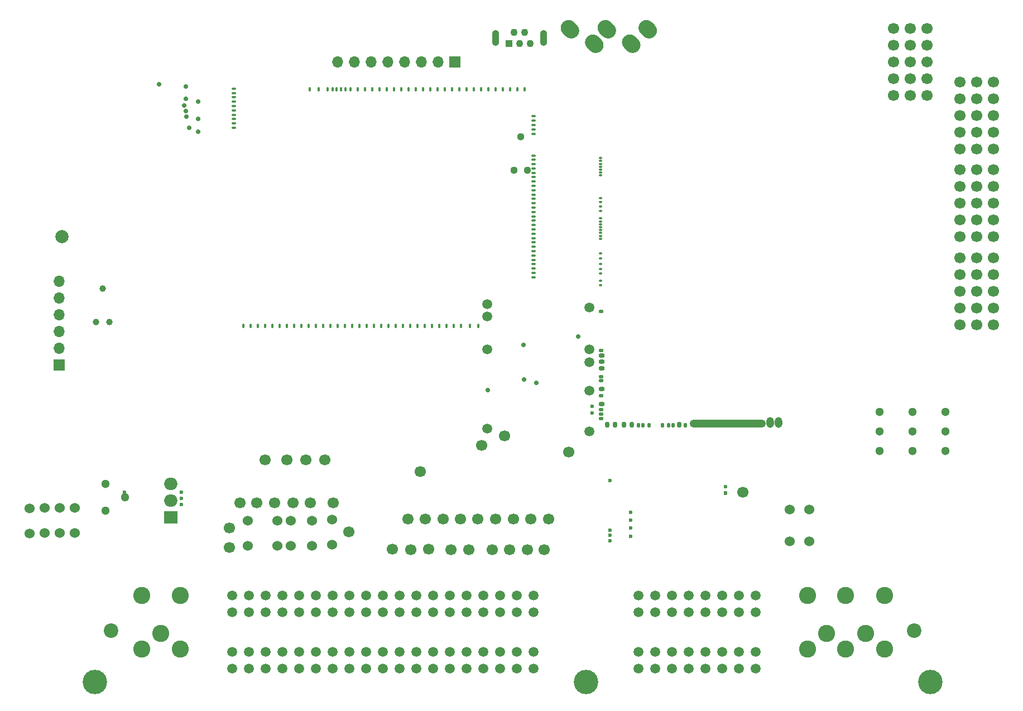
<source format=gbs>
G75*
G70*
%OFA0B0*%
%FSLAX25Y25*%
%IPPOS*%
%LPD*%
%AMOC8*
5,1,8,0,0,1.08239X$1,22.5*
%
%AMM54*
21,1,0.015350,0.009840,0.000000,0.000000,90.000000*
21,1,0.000000,0.025200,0.000000,0.000000,90.000000*
1,1,0.015350,0.004920,0.000000*
1,1,0.015350,0.004920,0.000000*
1,1,0.015350,-0.004920,0.000000*
1,1,0.015350,-0.004920,0.000000*
%
%AMM55*
21,1,0.015350,0.009840,0.000000,0.000000,0.000000*
21,1,0.000000,0.025200,0.000000,0.000000,0.000000*
1,1,0.015350,0.000000,-0.004920*
1,1,0.015350,0.000000,-0.004920*
1,1,0.015350,0.000000,0.004920*
1,1,0.015350,0.000000,0.004920*
%
%ADD106O,0.01575X0.00787*%
%ADD107O,0.02362X0.01575*%
%ADD108O,0.02362X0.03150*%
%ADD109O,0.01575X0.02362*%
%ADD11C,0.02362*%
%ADD110O,0.44882X0.04331*%
%ADD152C,0.03900*%
%ADD179C,0.04451*%
%ADD184M54*%
%ADD185M55*%
%ADD208O,0.04488X0.06457*%
%ADD209O,0.03701X0.02913*%
%ADD222O,0.02126X0.01339*%
%ADD223O,0.02913X0.02126*%
%ADD224O,0.02913X0.03701*%
%ADD225O,0.45433X0.04882*%
%ADD226O,0.02126X0.02913*%
%ADD236C,0.02913*%
%ADD26C,0.05906*%
%ADD297R,0.07874X0.07500*%
%ADD298O,0.07874X0.07500*%
%ADD49C,0.10236*%
%ADD50C,0.14567*%
%ADD51C,0.08661*%
%ADD52C,0.06693*%
%ADD56O,0.03150X0.02362*%
%ADD57O,0.03937X0.05906*%
%ADD67C,0.06000*%
%ADD69C,0.07874*%
%ADD71C,0.05118*%
%ADD76O,0.06693X0.06693*%
%ADD77R,0.06693X0.06693*%
%ADD78O,0.04331X0.09449*%
%ADD79C,0.04331*%
%ADD80R,0.04331X0.04331*%
X0000000Y0000000D02*
%LPD*%
G01*
D11*
X0393344Y0118156D03*
X0393344Y0122880D03*
X0393344Y0113431D03*
X0393344Y0108707D03*
X0450135Y0134140D03*
X0450135Y0138077D03*
D26*
X0368567Y0245323D03*
X0368567Y0220126D03*
X0368567Y0212646D03*
X0368567Y0195717D03*
D11*
X0370339Y0186268D03*
X0370339Y0182331D03*
D26*
X0368567Y0171111D03*
X0307543Y0247095D03*
X0307543Y0239811D03*
X0307543Y0220323D03*
X0307543Y0172882D03*
D11*
X0125197Y0134941D03*
X0125197Y0131201D03*
X0125197Y0127461D03*
X0090945Y0131398D03*
X0090945Y0134941D03*
D49*
X0545071Y0073315D03*
X0521843Y0073315D03*
X0499008Y0073315D03*
X0533654Y0050480D03*
X0510425Y0050480D03*
X0545071Y0041307D03*
X0521843Y0041307D03*
X0499008Y0041307D03*
D26*
X0468181Y0073315D03*
X0458181Y0073315D03*
X0448181Y0073315D03*
X0438181Y0073315D03*
X0428181Y0073315D03*
X0418181Y0073315D03*
X0408181Y0073315D03*
X0398181Y0073315D03*
X0468181Y0063315D03*
X0458181Y0063315D03*
X0448181Y0063315D03*
X0438181Y0063315D03*
X0428181Y0063315D03*
X0418181Y0063315D03*
X0408181Y0063315D03*
X0398181Y0063315D03*
X0468181Y0039496D03*
X0458181Y0039496D03*
X0448181Y0039496D03*
X0438181Y0039496D03*
X0428181Y0039496D03*
X0418181Y0039496D03*
X0408181Y0039496D03*
X0398181Y0039496D03*
X0468181Y0029496D03*
X0458181Y0029496D03*
X0448181Y0029496D03*
X0438181Y0029496D03*
X0428181Y0029496D03*
X0418181Y0029496D03*
X0408181Y0029496D03*
X0398181Y0029496D03*
X0155307Y0029496D03*
X0165307Y0029496D03*
X0175307Y0029496D03*
X0185307Y0029496D03*
X0195307Y0029496D03*
X0205307Y0029496D03*
X0215307Y0029496D03*
X0225307Y0029496D03*
X0235307Y0029496D03*
X0245307Y0029496D03*
X0255307Y0029496D03*
X0265307Y0029496D03*
X0275307Y0029496D03*
X0285307Y0029496D03*
X0295307Y0029496D03*
X0305307Y0029496D03*
X0315307Y0029496D03*
X0325307Y0029496D03*
X0335307Y0029496D03*
X0155307Y0039496D03*
X0165307Y0039496D03*
X0175307Y0039496D03*
X0185307Y0039496D03*
X0195307Y0039496D03*
X0205307Y0039496D03*
X0215307Y0039496D03*
X0225307Y0039496D03*
X0235307Y0039496D03*
X0245307Y0039496D03*
X0255307Y0039496D03*
X0265307Y0039496D03*
X0275307Y0039496D03*
X0285307Y0039496D03*
X0295307Y0039496D03*
X0305307Y0039496D03*
X0315307Y0039496D03*
X0325307Y0039496D03*
X0335307Y0039496D03*
X0155307Y0063315D03*
X0165307Y0063315D03*
X0175307Y0063315D03*
X0185307Y0063315D03*
X0195307Y0063315D03*
X0205307Y0063315D03*
X0215307Y0063315D03*
X0225307Y0063315D03*
X0235307Y0063315D03*
X0245307Y0063315D03*
X0255307Y0063315D03*
X0265307Y0063315D03*
X0275307Y0063315D03*
X0285307Y0063315D03*
X0295307Y0063315D03*
X0305307Y0063315D03*
X0315307Y0063315D03*
X0325307Y0063315D03*
X0335307Y0063315D03*
X0155307Y0073315D03*
X0165307Y0073315D03*
X0175307Y0073315D03*
X0185307Y0073315D03*
X0195307Y0073315D03*
X0205307Y0073315D03*
X0215307Y0073315D03*
X0225307Y0073315D03*
X0235307Y0073315D03*
X0245307Y0073315D03*
X0255307Y0073315D03*
X0265307Y0073315D03*
X0275307Y0073315D03*
X0285307Y0073315D03*
X0295307Y0073315D03*
X0305307Y0073315D03*
X0315307Y0073315D03*
X0325307Y0073315D03*
X0335307Y0073315D03*
D49*
X0124205Y0073315D03*
X0101370Y0073315D03*
X0112787Y0050480D03*
X0124205Y0041307D03*
X0101370Y0041307D03*
D50*
X0572236Y0021622D03*
D51*
X0562591Y0052331D03*
D50*
X0366724Y0021622D03*
D51*
X0083063Y0052331D03*
D50*
X0073417Y0021622D03*
D52*
X0175000Y0154327D03*
X0590000Y0287598D03*
X0590000Y0297598D03*
X0590000Y0307598D03*
X0590000Y0317598D03*
X0590000Y0327598D03*
X0600000Y0287598D03*
X0600000Y0297598D03*
X0600000Y0307598D03*
X0600000Y0317598D03*
X0600000Y0327598D03*
X0610000Y0287598D03*
X0610000Y0297598D03*
X0610000Y0307598D03*
X0610000Y0317598D03*
X0610000Y0327598D03*
X0225197Y0111319D03*
D11*
X0127982Y0369741D03*
X0135206Y0368068D03*
X0127135Y0365902D03*
X0127982Y0362458D03*
X0128277Y0359111D03*
X0135206Y0357831D03*
X0130049Y0352713D03*
X0135206Y0350154D03*
X0111879Y0378402D03*
X0127923Y0377221D03*
D106*
X0375380Y0334454D03*
X0375380Y0332721D03*
X0375380Y0330989D03*
X0375380Y0329257D03*
X0375380Y0327524D03*
X0375380Y0325792D03*
X0375380Y0324060D03*
X0375380Y0310654D03*
X0375380Y0308056D03*
X0375380Y0305457D03*
X0375380Y0302859D03*
X0375380Y0298430D03*
X0375380Y0296698D03*
X0375380Y0294965D03*
X0375380Y0293233D03*
X0375380Y0291501D03*
X0375380Y0289769D03*
X0375380Y0288036D03*
X0375380Y0286304D03*
X0375380Y0277662D03*
X0375380Y0274529D03*
X0375380Y0271379D03*
X0375380Y0268230D03*
X0375380Y0265458D03*
X0375380Y0261284D03*
X0375380Y0258686D03*
D107*
X0375793Y0242721D03*
X0375793Y0219690D03*
D56*
X0376167Y0216442D03*
X0376167Y0212997D03*
X0376167Y0208765D03*
D107*
X0375793Y0204040D03*
X0375793Y0201481D03*
D56*
X0376167Y0196461D03*
D107*
X0375793Y0192644D03*
D56*
X0376167Y0187505D03*
D107*
X0375793Y0184277D03*
X0375793Y0181599D03*
X0375793Y0178864D03*
D108*
X0379337Y0175202D03*
X0383963Y0175202D03*
X0389278Y0175202D03*
X0393904Y0175202D03*
D109*
X0397919Y0174808D03*
X0400716Y0174808D03*
X0404259Y0174808D03*
X0412428Y0174808D03*
X0415951Y0174808D03*
X0418826Y0174808D03*
D108*
X0422250Y0175202D03*
D109*
X0426089Y0174808D03*
D110*
X0451482Y0175989D03*
D57*
X0476853Y0176481D03*
X0481797Y0176481D03*
D52*
X0199508Y0154228D03*
X0160138Y0128642D03*
X0302145Y0118947D03*
X0267717Y0147146D03*
X0460379Y0134747D03*
X0312676Y0118947D03*
X0272835Y0100886D03*
X0262106Y0100591D03*
D67*
X0034252Y0125315D03*
X0034252Y0110315D03*
D52*
X0590000Y0340000D03*
X0590000Y0350000D03*
X0590000Y0360000D03*
X0590000Y0370000D03*
X0590000Y0380000D03*
X0600000Y0340000D03*
X0600000Y0350000D03*
X0600000Y0360000D03*
X0600000Y0370000D03*
X0600000Y0380000D03*
X0610000Y0340000D03*
X0610000Y0350000D03*
X0610000Y0360000D03*
X0610000Y0370000D03*
X0610000Y0380000D03*
D67*
X0214961Y0103524D03*
X0214961Y0118524D03*
D52*
X0341634Y0100689D03*
X0210630Y0154228D03*
X0291712Y0118947D03*
X0180807Y0128642D03*
D67*
X0190354Y0117933D03*
X0190354Y0102933D03*
X0488484Y0105413D03*
X0488484Y0124705D03*
D71*
X0581524Y0159418D03*
X0581524Y0171229D03*
X0581524Y0183040D03*
X0561839Y0159418D03*
X0561839Y0171229D03*
X0561839Y0183040D03*
X0542154Y0159418D03*
X0542154Y0171229D03*
X0542154Y0183040D03*
D52*
X0323279Y0118947D03*
X0281279Y0118947D03*
X0356299Y0158760D03*
X0285925Y0100689D03*
D67*
X0052362Y0125512D03*
X0052362Y0110512D03*
D52*
X0251083Y0100886D03*
D67*
X0203150Y0102933D03*
X0203150Y0117933D03*
D52*
X0215679Y0128647D03*
X0270846Y0118947D03*
X0331594Y0100689D03*
X0344279Y0118947D03*
X0153543Y0113681D03*
D76*
X0051969Y0260827D03*
X0051969Y0250827D03*
X0051969Y0240827D03*
X0051969Y0230827D03*
X0051969Y0220827D03*
D77*
X0051969Y0210827D03*
D52*
X0570472Y0411811D03*
X0570472Y0401811D03*
X0570472Y0391811D03*
X0570472Y0381811D03*
X0570472Y0371811D03*
X0560472Y0411811D03*
X0560472Y0401811D03*
X0560472Y0391811D03*
X0560472Y0381811D03*
X0560472Y0371811D03*
X0550472Y0411811D03*
X0550472Y0401811D03*
X0550472Y0391811D03*
X0550472Y0381811D03*
X0550472Y0371811D03*
X0188189Y0154232D03*
D67*
X0182382Y0103012D03*
X0182382Y0118012D03*
D52*
X0170079Y0128642D03*
D67*
X0061417Y0125512D03*
X0061417Y0110512D03*
X0499902Y0105413D03*
X0499902Y0124705D03*
D52*
X0590000Y0234803D03*
X0590000Y0244803D03*
X0590000Y0254803D03*
X0590000Y0264803D03*
X0590000Y0274803D03*
X0600000Y0234803D03*
X0600000Y0244803D03*
X0600000Y0254803D03*
X0600000Y0264803D03*
X0600000Y0274803D03*
X0610000Y0234803D03*
X0610000Y0244803D03*
X0610000Y0254803D03*
X0610000Y0264803D03*
X0610000Y0274803D03*
X0304479Y0162847D03*
G36*
G01*
X0367478Y0406932D02*
X0367478Y0406932D01*
G75*
G02*
X0374159Y0406932I0003341J-003341D01*
G01*
X0375829Y0405261D01*
G75*
G02*
X0375829Y0398580I-003341J-003341D01*
G01*
X0375829Y0398580D01*
G75*
G02*
X0369148Y0398580I-003341J0003341D01*
G01*
X0367478Y0400250D01*
G75*
G02*
X0367478Y0406932I0003341J0003341D01*
G01*
G37*
G36*
G01*
X0374958Y0415593D02*
X0374958Y0415593D01*
G75*
G02*
X0381639Y0415593I0003341J-003341D01*
G01*
X0383310Y0413923D01*
G75*
G02*
X0383310Y0407241I-003341J-003341D01*
G01*
X0383310Y0407241D01*
G75*
G02*
X0376628Y0407241I-003341J0003341D01*
G01*
X0374958Y0408912D01*
G75*
G02*
X0374958Y0415593I0003341J0003341D01*
G01*
G37*
G36*
G01*
X0399367Y0415593D02*
X0399367Y0415593D01*
G75*
G02*
X0406049Y0415593I0003341J-003341D01*
G01*
X0407719Y0413923D01*
G75*
G02*
X0407719Y0407241I-003341J-003341D01*
G01*
X0407719Y0407241D01*
G75*
G02*
X0401038Y0407241I-003341J0003341D01*
G01*
X0399367Y0408912D01*
G75*
G02*
X0399367Y0415593I0003341J0003341D01*
G01*
G37*
G36*
G01*
X0389525Y0406932D02*
X0389525Y0406932D01*
G75*
G02*
X0396206Y0406932I0003341J-003341D01*
G01*
X0397877Y0405261D01*
G75*
G02*
X0397877Y0398580I-003341J-003341D01*
G01*
X0397877Y0398580D01*
G75*
G02*
X0391195Y0398580I-003341J0003341D01*
G01*
X0389525Y0400250D01*
G75*
G02*
X0389525Y0406932I0003341J0003341D01*
G01*
G37*
G36*
G01*
X0352911Y0415593D02*
X0352911Y0415593D01*
G75*
G02*
X0359592Y0415593I0003341J-003341D01*
G01*
X0361262Y0413923D01*
G75*
G02*
X0361262Y0407241I-003341J-003341D01*
G01*
X0361262Y0407241D01*
G75*
G02*
X0354581Y0407241I-003341J0003341D01*
G01*
X0352911Y0408912D01*
G75*
G02*
X0352911Y0415593I0003341J0003341D01*
G01*
G37*
X0310531Y0100689D03*
X0202165Y0128543D03*
X0191535Y0128543D03*
D77*
X0288504Y0391732D03*
D76*
X0278504Y0391732D03*
X0268504Y0391732D03*
X0258504Y0391732D03*
X0248504Y0391732D03*
X0238504Y0391732D03*
X0228504Y0391732D03*
X0218504Y0391732D03*
D52*
X0333679Y0118947D03*
D67*
X0164567Y0117756D03*
X0164567Y0102756D03*
D52*
X0317879Y0168447D03*
X0296752Y0100689D03*
X0321161Y0100689D03*
D78*
X0341339Y0406201D03*
X0312598Y0406201D03*
D79*
X0333268Y0402756D03*
X0330118Y0409646D03*
X0326969Y0402756D03*
X0323819Y0409646D03*
D80*
X0320669Y0402756D03*
D52*
X0260413Y0118947D03*
X0153543Y0101870D03*
D67*
X0043307Y0125512D03*
X0043307Y0110512D03*
D69*
X0053787Y0287713D03*
X0154380Y0232171D02*
G01*
G75*
D179*
X0323805Y0327092D02*
D03*
X0331805Y0327092D02*
D03*
X0327805Y0347092D02*
D03*
D184*
X0156250Y0373352D02*
D03*
X0156250Y0375951D02*
D03*
X0156250Y0352565D02*
D03*
X0156250Y0355163D02*
D03*
X0156250Y0357762D02*
D03*
X0156250Y0360360D02*
D03*
X0156250Y0362958D02*
D03*
X0156250Y0365557D02*
D03*
X0156250Y0368155D02*
D03*
X0156250Y0370754D02*
D03*
X0335490Y0284080D02*
D03*
X0335490Y0286679D02*
D03*
X0335490Y0289277D02*
D03*
X0335490Y0291876D02*
D03*
X0335490Y0294474D02*
D03*
X0335490Y0297073D02*
D03*
X0335490Y0299671D02*
D03*
X0335490Y0302269D02*
D03*
X0335490Y0304868D02*
D03*
X0335490Y0307466D02*
D03*
X0335490Y0310065D02*
D03*
X0335490Y0312663D02*
D03*
X0335490Y0315262D02*
D03*
X0335490Y0317860D02*
D03*
X0335490Y0320458D02*
D03*
X0335490Y0323057D02*
D03*
X0335490Y0325655D02*
D03*
X0335490Y0328254D02*
D03*
X0335490Y0330852D02*
D03*
X0335490Y0333450D02*
D03*
X0335490Y0336049D02*
D03*
X0335490Y0349041D02*
D03*
X0335490Y0359435D02*
D03*
X0335490Y0356836D02*
D03*
X0335490Y0354238D02*
D03*
X0335490Y0351639D02*
D03*
X0335490Y0263293D02*
D03*
X0335490Y0265891D02*
D03*
X0335490Y0268490D02*
D03*
X0335490Y0271088D02*
D03*
X0335490Y0273687D02*
D03*
X0335490Y0276285D02*
D03*
X0335490Y0278884D02*
D03*
X0335490Y0281482D02*
D03*
D185*
X0330069Y0375683D02*
D03*
X0162195Y0234230D02*
D03*
X0183849Y0234230D02*
D03*
X0188179Y0234230D02*
D03*
X0312746Y0375683D02*
D03*
X0308415Y0375683D02*
D03*
X0304085Y0375683D02*
D03*
X0299754Y0375683D02*
D03*
X0295423Y0375683D02*
D03*
X0291093Y0375683D02*
D03*
X0286762Y0375683D02*
D03*
X0282431Y0375683D02*
D03*
X0278100Y0375683D02*
D03*
X0273770Y0375683D02*
D03*
X0269439Y0375683D02*
D03*
X0265108Y0375683D02*
D03*
X0260778Y0375683D02*
D03*
X0256447Y0375683D02*
D03*
X0252116Y0375683D02*
D03*
X0247785Y0375683D02*
D03*
X0243455Y0375683D02*
D03*
X0239124Y0375683D02*
D03*
X0234793Y0375683D02*
D03*
X0230463Y0375683D02*
D03*
X0226132Y0375683D02*
D03*
X0223081Y0375683D02*
D03*
X0201841Y0375683D02*
D03*
X0207038Y0375683D02*
D03*
X0212234Y0375683D02*
D03*
X0217845Y0375683D02*
D03*
X0192510Y0234230D02*
D03*
X0196841Y0234230D02*
D03*
X0201171Y0234230D02*
D03*
X0205502Y0234230D02*
D03*
X0209833Y0234230D02*
D03*
X0214164Y0234230D02*
D03*
X0218494Y0234230D02*
D03*
X0222825Y0234230D02*
D03*
X0227156Y0234230D02*
D03*
X0231486Y0234230D02*
D03*
X0235817Y0234230D02*
D03*
X0240148Y0234230D02*
D03*
X0244479Y0234230D02*
D03*
X0248809Y0234230D02*
D03*
X0253140Y0234230D02*
D03*
X0257471Y0234230D02*
D03*
X0261801Y0234230D02*
D03*
X0266132Y0234230D02*
D03*
X0270463Y0234230D02*
D03*
X0274793Y0234230D02*
D03*
X0279124Y0234230D02*
D03*
X0283455Y0234230D02*
D03*
X0302510Y0234230D02*
D03*
X0297313Y0234230D02*
D03*
X0292116Y0234230D02*
D03*
X0287785Y0234230D02*
D03*
X0166526Y0234230D02*
D03*
X0170857Y0234230D02*
D03*
X0175187Y0234230D02*
D03*
X0179518Y0234230D02*
D03*
X0325738Y0375683D02*
D03*
X0321407Y0375683D02*
D03*
X0317077Y0375683D02*
D03*
X0215227Y0375683D02*
D03*
X0220463Y0375683D02*
D03*
X0089764Y0124705D02*
G01*
G75*
X0374311Y0173278D02*
G01*
G75*
D208*
X0481797Y0176482D02*
D03*
X0476853Y0176482D02*
D03*
D209*
X0376167Y0216442D02*
D03*
X0376167Y0212997D02*
D03*
X0376167Y0208765D02*
D03*
X0376167Y0196462D02*
D03*
X0376167Y0187505D02*
D03*
D222*
X0375380Y0334454D02*
D03*
X0375380Y0332722D02*
D03*
X0375380Y0330990D02*
D03*
X0375380Y0329257D02*
D03*
X0375380Y0327525D02*
D03*
X0375380Y0325793D02*
D03*
X0375380Y0324060D02*
D03*
X0375380Y0310655D02*
D03*
X0375380Y0308056D02*
D03*
X0375380Y0305458D02*
D03*
X0375380Y0302859D02*
D03*
X0375380Y0298430D02*
D03*
X0375380Y0296698D02*
D03*
X0375380Y0294966D02*
D03*
X0375380Y0293234D02*
D03*
X0375380Y0291501D02*
D03*
X0375380Y0289769D02*
D03*
X0375380Y0288037D02*
D03*
X0375380Y0286304D02*
D03*
X0375380Y0277663D02*
D03*
X0375380Y0274529D02*
D03*
X0375380Y0271380D02*
D03*
X0375380Y0268230D02*
D03*
X0375380Y0258686D02*
D03*
X0375380Y0261285D02*
D03*
X0375380Y0265458D02*
D03*
D223*
X0375794Y0242722D02*
D03*
X0375794Y0219690D02*
D03*
X0375794Y0178864D02*
D03*
X0375794Y0181600D02*
D03*
X0375794Y0184278D02*
D03*
X0375794Y0192644D02*
D03*
X0375794Y0201482D02*
D03*
X0375794Y0204041D02*
D03*
D224*
X0379337Y0175202D02*
D03*
X0383963Y0175202D02*
D03*
X0389278Y0175202D02*
D03*
X0393904Y0175202D02*
D03*
X0422250Y0175202D02*
D03*
D225*
X0451482Y0175990D02*
D03*
D226*
X0426089Y0174808D02*
D03*
X0418826Y0174808D02*
D03*
X0412428Y0174808D02*
D03*
X0397919Y0174808D02*
D03*
X0400716Y0174808D02*
D03*
X0404259Y0174808D02*
D03*
X0415951Y0174808D02*
D03*
X0105285Y0328895D02*
G01*
G75*
D236*
X0111584Y0378403D02*
D03*
X0127628Y0377222D02*
D03*
X0134911Y0350155D02*
D03*
X0129754Y0352714D02*
D03*
X0127982Y0359112D02*
D03*
X0134911Y0357832D02*
D03*
X0127687Y0362458D02*
D03*
X0126840Y0365903D02*
D03*
X0134911Y0368068D02*
D03*
X0127687Y0369741D02*
D03*
X0304590Y0168158D02*
G01*
G75*
D236*
X0329561Y0202184D02*
D03*
X0361874Y0228000D02*
D03*
X0336972Y0200245D02*
D03*
X0308035Y0195815D02*
D03*
X0329492Y0222784D02*
D03*
X0067106Y0260650D02*
%LPD*%
G01*
D71*
X0079704Y0139784D03*
X0079704Y0124036D03*
X0091515Y0131910D03*
D152*
X0077933Y0256477D03*
X0073933Y0236477D03*
X0081933Y0236477D03*
D297*
X0118681Y0119941D03*
D298*
X0118681Y0129941D03*
X0118681Y0139941D03*
X0451612Y0145321D02*
%LPD*%
G01*
D11*
X0381140Y0141876D03*
X0381140Y0112349D03*
X0381140Y0109199D03*
X0381140Y0106049D03*
X0450136Y0134396D03*
X0450136Y0138333D03*
M02*

</source>
